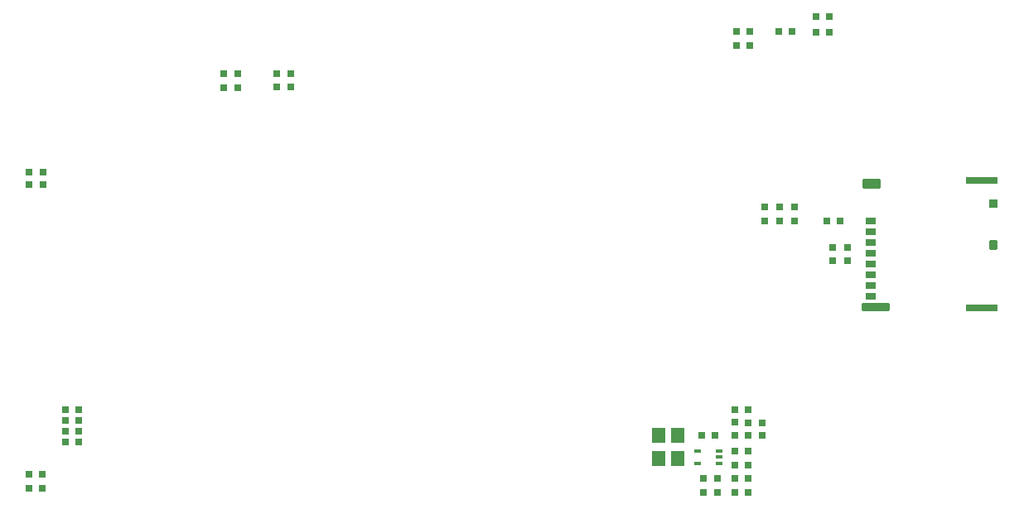
<source format=gbp>
G04*
G04 #@! TF.GenerationSoftware,Altium Limited,Altium Designer,25.8.1 (18)*
G04*
G04 Layer_Color=128*
%FSLAX44Y44*%
%MOMM*%
G71*
G04*
G04 #@! TF.SameCoordinates,74B96BC4-F20B-47FB-8E9B-22239AF92EBC*
G04*
G04*
G04 #@! TF.FilePolarity,Positive*
G04*
G01*
G75*
G04:AMPARAMS|DCode=25|XSize=0.76mm|YSize=0.6604mm|CornerRadius=0.0825mm|HoleSize=0mm|Usage=FLASHONLY|Rotation=0.000|XOffset=0mm|YOffset=0mm|HoleType=Round|Shape=RoundedRectangle|*
%AMROUNDEDRECTD25*
21,1,0.7600,0.4953,0,0,0.0*
21,1,0.5949,0.6604,0,0,0.0*
1,1,0.1651,0.2975,-0.2477*
1,1,0.1651,-0.2975,-0.2477*
1,1,0.1651,-0.2975,0.2477*
1,1,0.1651,0.2975,0.2477*
%
%ADD25ROUNDEDRECTD25*%
G04:AMPARAMS|DCode=26|XSize=0.76mm|YSize=0.6604mm|CornerRadius=0.0825mm|HoleSize=0mm|Usage=FLASHONLY|Rotation=270.000|XOffset=0mm|YOffset=0mm|HoleType=Round|Shape=RoundedRectangle|*
%AMROUNDEDRECTD26*
21,1,0.7600,0.4953,0,0,270.0*
21,1,0.5949,0.6604,0,0,270.0*
1,1,0.1651,-0.2477,-0.2975*
1,1,0.1651,-0.2477,0.2975*
1,1,0.1651,0.2477,0.2975*
1,1,0.1651,0.2477,-0.2975*
%
%ADD26ROUNDEDRECTD26*%
G04:AMPARAMS|DCode=103|XSize=0.7mm|YSize=1.1mm|CornerRadius=0.07mm|HoleSize=0mm|Usage=FLASHONLY|Rotation=90.000|XOffset=0mm|YOffset=0mm|HoleType=Round|Shape=RoundedRectangle|*
%AMROUNDEDRECTD103*
21,1,0.7000,0.9600,0,0,90.0*
21,1,0.5600,1.1000,0,0,90.0*
1,1,0.1400,0.4800,0.2800*
1,1,0.1400,0.4800,-0.2800*
1,1,0.1400,-0.4800,-0.2800*
1,1,0.1400,-0.4800,0.2800*
%
%ADD103ROUNDEDRECTD103*%
%ADD104R,1.3300X1.5700*%
G04:AMPARAMS|DCode=105|XSize=0.9mm|YSize=0.93mm|CornerRadius=0.09mm|HoleSize=0mm|Usage=FLASHONLY|Rotation=90.000|XOffset=0mm|YOffset=0mm|HoleType=Round|Shape=RoundedRectangle|*
%AMROUNDEDRECTD105*
21,1,0.9000,0.7500,0,0,90.0*
21,1,0.7200,0.9300,0,0,90.0*
1,1,0.1800,0.3750,0.3600*
1,1,0.1800,0.3750,-0.3600*
1,1,0.1800,-0.3750,-0.3600*
1,1,0.1800,-0.3750,0.3600*
%
%ADD105ROUNDEDRECTD105*%
G04:AMPARAMS|DCode=106|XSize=1.04mm|YSize=1.83mm|CornerRadius=0.104mm|HoleSize=0mm|Usage=FLASHONLY|Rotation=90.000|XOffset=0mm|YOffset=0mm|HoleType=Round|Shape=RoundedRectangle|*
%AMROUNDEDRECTD106*
21,1,1.0400,1.6220,0,0,90.0*
21,1,0.8320,1.8300,0,0,90.0*
1,1,0.2080,0.8110,0.4160*
1,1,0.2080,0.8110,-0.4160*
1,1,0.2080,-0.8110,-0.4160*
1,1,0.2080,-0.8110,0.4160*
%
%ADD106ROUNDEDRECTD106*%
G04:AMPARAMS|DCode=107|XSize=0.7mm|YSize=3.3mm|CornerRadius=0.0875mm|HoleSize=0mm|Usage=FLASHONLY|Rotation=90.000|XOffset=0mm|YOffset=0mm|HoleType=Round|Shape=RoundedRectangle|*
%AMROUNDEDRECTD107*
21,1,0.7000,3.1250,0,0,90.0*
21,1,0.5250,3.3000,0,0,90.0*
1,1,0.1750,1.5625,0.2625*
1,1,0.1750,1.5625,-0.2625*
1,1,0.1750,-1.5625,-0.2625*
1,1,0.1750,-1.5625,0.2625*
%
%ADD107ROUNDEDRECTD107*%
G04:AMPARAMS|DCode=108|XSize=0.7mm|YSize=3.3mm|CornerRadius=0.07mm|HoleSize=0mm|Usage=FLASHONLY|Rotation=90.000|XOffset=0mm|YOffset=0mm|HoleType=Round|Shape=RoundedRectangle|*
%AMROUNDEDRECTD108*
21,1,0.7000,3.1600,0,0,90.0*
21,1,0.5600,3.3000,0,0,90.0*
1,1,0.1400,1.5800,0.2800*
1,1,0.1400,1.5800,-0.2800*
1,1,0.1400,-1.5800,-0.2800*
1,1,0.1400,-1.5800,0.2800*
%
%ADD108ROUNDEDRECTD108*%
G04:AMPARAMS|DCode=109|XSize=0.86mm|YSize=2.8mm|CornerRadius=0.086mm|HoleSize=0mm|Usage=FLASHONLY|Rotation=90.000|XOffset=0mm|YOffset=0mm|HoleType=Round|Shape=RoundedRectangle|*
%AMROUNDEDRECTD109*
21,1,0.8600,2.6280,0,0,90.0*
21,1,0.6880,2.8000,0,0,90.0*
1,1,0.1720,1.3140,0.3440*
1,1,0.1720,1.3140,-0.3440*
1,1,0.1720,-1.3140,-0.3440*
1,1,0.1720,-1.3140,0.3440*
%
%ADD109ROUNDEDRECTD109*%
%ADD111R,0.8000X0.4000*%
G04:AMPARAMS|DCode=112|XSize=1.05mm|YSize=0.78mm|CornerRadius=0.078mm|HoleSize=0mm|Usage=FLASHONLY|Rotation=90.000|XOffset=0mm|YOffset=0mm|HoleType=Round|Shape=RoundedRectangle|*
%AMROUNDEDRECTD112*
21,1,1.0500,0.6240,0,0,90.0*
21,1,0.8940,0.7800,0,0,90.0*
1,1,0.1560,0.3120,0.4470*
1,1,0.1560,0.3120,-0.4470*
1,1,0.1560,-0.3120,-0.4470*
1,1,0.1560,-0.3120,0.4470*
%
%ADD112ROUNDEDRECTD112*%
D25*
X1090000Y297000D02*
D03*
X1075000D02*
D03*
X1036000Y324000D02*
D03*
X467000Y474000D02*
D03*
X521026Y460623D02*
D03*
X1006000Y338000D02*
D03*
X1075000Y283000D02*
D03*
X1090000D02*
D03*
X453000Y474000D02*
D03*
X507026Y460623D02*
D03*
X975000Y60000D02*
D03*
Y46000D02*
D03*
X989000Y74000D02*
D03*
Y88000D02*
D03*
X989000Y60000D02*
D03*
Y46000D02*
D03*
X975000Y88000D02*
D03*
Y74000D02*
D03*
Y118000D02*
D03*
Y104000D02*
D03*
X1006000Y324000D02*
D03*
X521026Y474623D02*
D03*
X507026Y474623D02*
D03*
X467000Y460000D02*
D03*
X453000Y460000D02*
D03*
X1036000Y338000D02*
D03*
X1021000Y324000D02*
D03*
Y338000D02*
D03*
D26*
X1057971Y517000D02*
D03*
X1071971Y533000D02*
D03*
X1071970Y517000D02*
D03*
X1069000Y324000D02*
D03*
X976500Y503000D02*
D03*
X253623Y64394D02*
D03*
X253623Y50026D02*
D03*
X254000Y374000D02*
D03*
Y361000D02*
D03*
X1019970Y518000D02*
D03*
X1057971Y533000D02*
D03*
X976500Y518000D02*
D03*
X267623Y64394D02*
D03*
Y50026D02*
D03*
X268000Y374000D02*
D03*
Y361000D02*
D03*
X1033970Y518000D02*
D03*
X957000Y60000D02*
D03*
X943000D02*
D03*
Y46000D02*
D03*
X957000D02*
D03*
X955000Y104000D02*
D03*
X941000D02*
D03*
X989000Y117000D02*
D03*
X1003000D02*
D03*
X989000Y131000D02*
D03*
X975000D02*
D03*
X989000Y104000D02*
D03*
X1003000D02*
D03*
X305000Y98000D02*
D03*
X305000Y131000D02*
D03*
X1083000Y324000D02*
D03*
X305000Y109000D02*
D03*
Y120000D02*
D03*
X990500Y503000D02*
D03*
X990500Y518000D02*
D03*
X291000Y109000D02*
D03*
Y120000D02*
D03*
Y131000D02*
D03*
Y98000D02*
D03*
D103*
X1114300Y290800D02*
D03*
Y268800D02*
D03*
Y246800D02*
D03*
Y257800D02*
D03*
Y279800D02*
D03*
Y301800D02*
D03*
Y312800D02*
D03*
Y323800D02*
D03*
D104*
X897150Y104000D02*
D03*
Y81000D02*
D03*
X916850Y104000D02*
D03*
Y81000D02*
D03*
D105*
X1238950Y341700D02*
D03*
D106*
X1114450Y362100D02*
D03*
D107*
X1227100Y364800D02*
D03*
D108*
Y235200D02*
D03*
D109*
X1119300Y236000D02*
D03*
D111*
X937250Y88500D02*
D03*
Y75500D02*
D03*
X958750D02*
D03*
Y82000D02*
D03*
Y88500D02*
D03*
D112*
X1239700Y299050D02*
D03*
M02*

</source>
